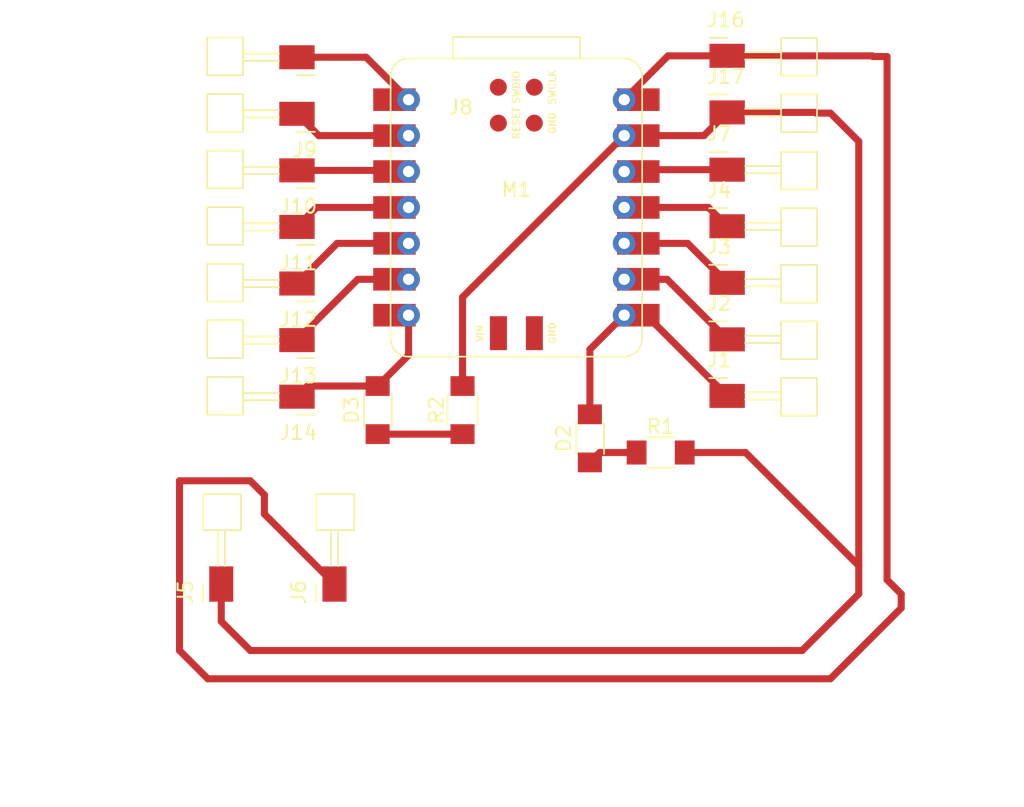
<source format=kicad_pcb>
(kicad_pcb (version 20240108) (generator "pcbnew") (generator_version "8.0")
  (layers (0 "F.Cu" signal) (31 "B.Cu" signal) (34 "B.Paste" user) (35 "F.Paste" user) (36 "B.SilkS" user "B.Silkscreen") (37 "F.SilkS" user "F.Silkscreen") (38 "B.Mask" user) (39 "F.Mask" user) (44 "Edge.Cuts" user))
  (net 0 "")
  (net 1 "Net-(J2-Pin_1)")
  (net 2 "Net-(J3-Pin_1)")
  (net 3 "Net-(J4-Pin_1)")
  (net 4 "Net-(J7-Pin_1)")
  (net 5 "Net-(J8-Pin_1)")
  (net 6 "Net-(J10-Pin_1)")
  (net 7 "Net-(J11-Pin_1)")
  (net 8 "Net-(J12-Pin_1)")
  (net 15 "Net-(D2-K)")
  (net 16 "Net-(D2-A)")
  (net 17 "Net-(J15-Pin_1)")
  (net 18 "Net-(J15-Pin_2)")
  (net 19 "Net-(J15-Pin_3)")
  (net 20 "Net-(J13-Pin_1)")
  (net 21 "Net-(D3-A)")
  (net 22 "Net-(D3-K)")
  (footprint "fab:PinHeader_1x01_P2.54mm_Horizontal_SMD" (layer "F.Cu") (at 204.7 64)
    (property "Reference" "J1" (at -1.524 -2.54 180) (layer "F.SilkS") (effects (justify left)))
    (property "Value" "Conn_PinHeader_1x01_P2.54mm_Horizontal_SMD")
    (fp_line (start -1.27 -1.27) (end 0 -1.27) (stroke (width 0.12)) (layer "F.SilkS"))
    (fp_line (start 3.81 -1.27) (end 6.35 -1.27) (stroke (width 0.12)) (layer "F.SilkS"))
    (fp_line (start 3.81 -0.254) (end 1.27 -0.254) (stroke (width 0.12)) (layer "F.SilkS"))
    (fp_line (start 3.81 0.254) (end 1.27 0.254) (stroke (width 0.12)) (layer "F.SilkS"))
    (fp_line (start 3.81 1.397) (end 3.81 -1.27) (stroke (width 0.12)) (layer "F.SilkS"))
    (fp_line (start 6.35 -1.27) (end 6.35 1.397) (stroke (width 0.12)) (layer "F.SilkS"))
    (fp_line (start 6.35 1.397) (end 3.81 1.397) (stroke (width 0.12)) (layer "F.SilkS"))
    (pad "1" smd rect (at 0 0) (size 2.5 1.7) (layers "F.Cu" "F.Paste" "F.Mask") (net 16 "Net-(D2-A)"))
  )
  (footprint "fab:PinHeader_1x01_P2.54mm_Horizontal_SMD" (layer "F.Cu") (at 174.3 60.05 180)
    (property "Reference" "J13" (at -1.524 -2.54 180) (layer "F.SilkS") (effects (justify right)))
    (property "Value" "Conn_PinHeader_1x01_P2.54mm_Horizontal_SMD")
    (fp_line (start 6.35 1.397) (end 3.81 1.397) (stroke (width 0.12)) (layer "F.SilkS"))
    (fp_line (start 6.35 -1.27) (end 6.35 1.397) (stroke (width 0.12)) (layer "F.SilkS"))
    (fp_line (start 3.81 1.397) (end 3.81 -1.27) (stroke (width 0.12)) (layer "F.SilkS"))
    (fp_line (start 3.81 0.254) (end 1.27 0.254) (stroke (width 0.12)) (layer "F.SilkS"))
    (fp_line (start 3.81 -0.254) (end 1.27 -0.254) (stroke (width 0.12)) (layer "F.SilkS"))
    (fp_line (start 3.81 -1.27) (end 6.35 -1.27) (stroke (width 0.12)) (layer "F.SilkS"))
    (fp_line (start -1.27 -1.27) (end 0 -1.27) (stroke (width 0.12)) (layer "F.SilkS"))
    (pad "1" smd rect (at 0 0 180) (size 2.5 1.7) (layers "F.Cu" "F.Paste" "F.Mask") (net 20 "Net-(J13-Pin_1)"))
  )
  (footprint "fab:PinHeader_1x01_P2.54mm_Horizontal_SMD" (layer "F.Cu") (at 204.7 56)
    (property "Reference" "J3" (at -1.524 -2.54 180) (layer "F.SilkS") (effects (justify left)))
    (property "Value" "Conn_PinHeader_1x01_P2.54mm_Horizontal_SMD")
    (fp_line (start -1.27 -1.27) (end 0 -1.27) (stroke (width 0.12)) (layer "F.SilkS"))
    (fp_line (start 3.81 -1.27) (end 6.35 -1.27) (stroke (width 0.12)) (layer "F.SilkS"))
    (fp_line (start 3.81 -0.254) (end 1.27 -0.254) (stroke (width 0.12)) (layer "F.SilkS"))
    (fp_line (start 3.81 0.254) (end 1.27 0.254) (stroke (width 0.12)) (layer "F.SilkS"))
    (fp_line (start 3.81 1.397) (end 3.81 -1.27) (stroke (width 0.12)) (layer "F.SilkS"))
    (fp_line (start 6.35 -1.27) (end 6.35 1.397) (stroke (width 0.12)) (layer "F.SilkS"))
    (fp_line (start 6.35 1.397) (end 3.81 1.397) (stroke (width 0.12)) (layer "F.SilkS"))
    (pad "1" smd rect (at 0 0) (size 2.5 1.7) (layers "F.Cu" "F.Paste" "F.Mask") (net 2 "Net-(J3-Pin_1)"))
  )
  (footprint "fab:PinHeader_1x01_P2.54mm_Horizontal_SMD" (layer "F.Cu") (at 204.7 60)
    (property "Reference" "J2" (at -1.524 -2.54 180) (layer "F.SilkS") (effects (justify left)))
    (property "Value" "Conn_PinHeader_1x01_P2.54mm_Horizontal_SMD")
    (fp_line (start -1.27 -1.27) (end 0 -1.27) (stroke (width 0.12)) (layer "F.SilkS"))
    (fp_line (start 3.81 -1.27) (end 6.35 -1.27) (stroke (width 0.12)) (layer "F.SilkS"))
    (fp_line (start 3.81 -0.254) (end 1.27 -0.254) (stroke (width 0.12)) (layer "F.SilkS"))
    (fp_line (start 3.81 0.254) (end 1.27 0.254) (stroke (width 0.12)) (layer "F.SilkS"))
    (fp_line (start 3.81 1.397) (end 3.81 -1.27) (stroke (width 0.12)) (layer "F.SilkS"))
    (fp_line (start 6.35 -1.27) (end 6.35 1.397) (stroke (width 0.12)) (layer "F.SilkS"))
    (fp_line (start 6.35 1.397) (end 3.81 1.397) (stroke (width 0.12)) (layer "F.SilkS"))
    (pad "1" smd rect (at 0 0) (size 2.5 1.7) (layers "F.Cu" "F.Paste" "F.Mask") (net 1 "Net-(J2-Pin_1)"))
  )
  (footprint "fab:PinHeader_1x01_P2.54mm_Horizontal_SMD" (layer "F.Cu") (at 174.3 40.05 180)
    (property "Reference" "J8" (at -12.524 -3.54 180) (layer "F.SilkS") (effects (justify right)))
    (property "Value" "Conn_PinHeader_1x01_P2.54mm_Horizontal_SMD")
    (fp_line (start 6.35 1.397) (end 3.81 1.397) (stroke (width 0.12)) (layer "F.SilkS"))
    (fp_line (start 6.35 -1.27) (end 6.35 1.397) (stroke (width 0.12)) (layer "F.SilkS"))
    (fp_line (start 3.81 1.397) (end 3.81 -1.27) (stroke (width 0.12)) (layer "F.SilkS"))
    (fp_line (start 3.81 0.254) (end 1.27 0.254) (stroke (width 0.12)) (layer "F.SilkS"))
    (fp_line (start 3.81 -0.254) (end 1.27 -0.254) (stroke (width 0.12)) (layer "F.SilkS"))
    (fp_line (start 3.81 -1.27) (end 6.35 -1.27) (stroke (width 0.12)) (layer "F.SilkS"))
    (fp_line (start -1.27 -1.27) (end 0 -1.27) (stroke (width 0.12)) (layer "F.SilkS"))
    (pad "1" smd rect (at 0 0 180) (size 2.5 1.7) (layers "F.Cu" "F.Paste" "F.Mask") (net 5 "Net-(J8-Pin_1)"))
  )
  (footprint "fab:R_1206" (layer "F.Cu") (at 186 65 90)
    (property "Reference" "R2" (at 0 -1.85 270) (layer "F.SilkS"))
    (property "Value" "R_1206")
    (fp_line (start -1 -1.07) (end 1 -1.07) (stroke (width 0.12)) (layer "F.SilkS"))
    (fp_line (start 1 1.07) (end -1 1.07) (stroke (width 0.12)) (layer "F.SilkS"))
    (pad "1" smd rect (at -1.7 0 90) (size 1.4 1.7) (layers "F.Cu" "F.Paste" "F.Mask") (net 22 "Net-(D3-K)"))
    (pad "2" smd rect (at 1.7 0 90) (size 1.4 1.7) (layers "F.Cu" "F.Paste" "F.Mask") (net 17 "Net-(J15-Pin_1)"))
  )
  (footprint "fab:PinHeader_1x01_P2.54mm_Horizontal_SMD" (layer "F.Cu") (at 168.95 77.3 90)
    (property "Reference" "J5" (at -1.524 -2.54 -90) (layer "F.SilkS") (effects (justify left)))
    (property "Value" "Conn_PinHeader_1x01_P2.54mm_Horizontal_SMD")
    (fp_line (start 6.35 -1.27) (end 6.35 1.397) (stroke (width 0.12)) (layer "F.SilkS"))
    (fp_line (start 3.81 -1.27) (end 6.35 -1.27) (stroke (width 0.12)) (layer "F.SilkS"))
    (fp_line (start -1.27 -1.27) (end 0 -1.27) (stroke (width 0.12)) (layer "F.SilkS"))
    (fp_line (start 3.81 -0.254) (end 1.27 -0.254) (stroke (width 0.12)) (layer "F.SilkS"))
    (fp_line (start 3.81 0.254) (end 1.27 0.254) (stroke (width 0.12)) (layer "F.SilkS"))
    (fp_line (start 6.35 1.397) (end 3.81 1.397) (stroke (width 0.12)) (layer "F.SilkS"))
    (fp_line (start 3.81 1.397) (end 3.81 -1.27) (stroke (width 0.12)) (layer "F.SilkS"))
    (pad "1" smd rect (at 0 0 90) (size 2.5 1.7) (layers "F.Cu" "F.Paste" "F.Mask") (net 17 "Net-(J15-Pin_1)"))
  )
  (footprint "fab:PinHeader_1x01_P2.54mm_Horizontal_SMD" (layer "F.Cu") (at 174.3 44.05 180)
    (property "Reference" "J9" (at -1.524 -2.54 180) (layer "F.SilkS") (effects (justify right)))
    (property "Value" "Conn_PinHeader_1x01_P2.54mm_Horizontal_SMD")
    (fp_line (start 6.35 1.397) (end 3.81 1.397) (stroke (width 0.12)) (layer "F.SilkS"))
    (fp_line (start 6.35 -1.27) (end 6.35 1.397) (stroke (width 0.12)) (layer "F.SilkS"))
    (fp_line (start 3.81 1.397) (end 3.81 -1.27) (stroke (width 0.12)) (layer "F.SilkS"))
    (fp_line (start 3.81 0.254) (end 1.27 0.254) (stroke (width 0.12)) (layer "F.SilkS"))
    (fp_line (start 3.81 -0.254) (end 1.27 -0.254) (stroke (width 0.12)) (layer "F.SilkS"))
    (fp_line (start 3.81 -1.27) (end 6.35 -1.27) (stroke (width 0.12)) (layer "F.SilkS"))
    (fp_line (start -1.27 -1.27) (end 0 -1.27) (stroke (width 0.12)) (layer "F.SilkS"))
    (pad "1" smd rect (at 0 0 180) (size 2.5 1.7) (layers "F.Cu" "F.Paste" "F.Mask") (net 18 "Net-(J15-Pin_2)"))
  )
  (footprint "fab:PinHeader_1x01_P2.54mm_Horizontal_SMD" (layer "F.Cu") (at 204.7 39.95)
    (property "Reference" "J16" (at -1.524 -2.54 180) (layer "F.SilkS") (effects (justify left)))
    (property "Value" "Conn_PinHeader_1x01_P2.54mm_Horizontal_SMD")
    (fp_line (start -1.27 -1.27) (end 0 -1.27) (stroke (width 0.12)) (layer "F.SilkS"))
    (fp_line (start 3.81 -1.27) (end 6.35 -1.27) (stroke (width 0.12)) (layer "F.SilkS"))
    (fp_line (start 3.81 -0.254) (end 1.27 -0.254) (stroke (width 0.12)) (layer "F.SilkS"))
    (fp_line (start 3.81 0.254) (end 1.27 0.254) (stroke (width 0.12)) (layer "F.SilkS"))
    (fp_line (start 3.81 1.397) (end 3.81 -1.27) (stroke (width 0.12)) (layer "F.SilkS"))
    (fp_line (start 6.35 -1.27) (end 6.35 1.397) (stroke (width 0.12)) (layer "F.SilkS"))
    (fp_line (start 6.35 1.397) (end 3.81 1.397) (stroke (width 0.12)) (layer "F.SilkS"))
    (pad "1" smd rect (at 0 0) (size 2.5 1.7) (layers "F.Cu" "F.Paste" "F.Mask") (net 19 "Net-(J15-Pin_3)"))
  )
  (footprint "fab:LED_1206" (layer "F.Cu") (at 195 67 90)
    (property "Reference" "D2" (at 0 -1.85 270) (layer "F.SilkS"))
    (property "Value" "LED_1206")
    (fp_line (start -1.1 -0.95) (end 1.1 -0.95) (stroke (width 0.12)) (layer "F.SilkS"))
    (fp_line (start -1.1 1) (end 1.1 1) (stroke (width 0.12)) (layer "F.SilkS"))
    (pad "1" smd rect (at -1.7 0 90) (size 1.4 1.7) (layers "F.Cu" "F.Paste" "F.Mask") (net 15 "Net-(D2-K)"))
    (pad "2" smd rect (at 1.7 0 90) (size 1.4 1.7) (layers "F.Cu" "F.Paste" "F.Mask") (net 16 "Net-(D2-A)"))
  )
  (footprint "fab:PinHeader_1x01_P2.54mm_Horizontal_SMD" (layer "F.Cu") (at 204.7 52)
    (property "Reference" "J4" (at -1.524 -2.54 180) (layer "F.SilkS") (effects (justify left)))
    (property "Value" "Conn_PinHeader_1x01_P2.54mm_Horizontal_SMD")
    (fp_line (start -1.27 -1.27) (end 0 -1.27) (stroke (width 0.12)) (layer "F.SilkS"))
    (fp_line (start 3.81 -1.27) (end 6.35 -1.27) (stroke (width 0.12)) (layer "F.SilkS"))
    (fp_line (start 3.81 -0.254) (end 1.27 -0.254) (stroke (width 0.12)) (layer "F.SilkS"))
    (fp_line (start 3.81 0.254) (end 1.27 0.254) (stroke (width 0.12)) (layer "F.SilkS"))
    (fp_line (start 3.81 1.397) (end 3.81 -1.27) (stroke (width 0.12)) (layer "F.SilkS"))
    (fp_line (start 6.35 -1.27) (end 6.35 1.397) (stroke (width 0.12)) (layer "F.SilkS"))
    (fp_line (start 6.35 1.397) (end 3.81 1.397) (stroke (width 0.12)) (layer "F.SilkS"))
    (pad "1" smd rect (at 0 0) (size 2.5 1.7) (layers "F.Cu" "F.Paste" "F.Mask") (net 3 "Net-(J4-Pin_1)"))
  )
  (footprint "fab:PinHeader_1x01_P2.54mm_Horizontal_SMD" (layer "F.Cu") (at 204.7 48)
    (property "Reference" "J7" (at -1.524 -2.54 180) (layer "F.SilkS") (effects (justify left)))
    (property "Value" "Conn_PinHeader_1x01_P2.54mm_Horizontal_SMD")
    (fp_line (start -1.27 -1.27) (end 0 -1.27) (stroke (width 0.12)) (layer "F.SilkS"))
    (fp_line (start 3.81 -1.27) (end 6.35 -1.27) (stroke (width 0.12)) (layer "F.SilkS"))
    (fp_line (start 3.81 -0.254) (end 1.27 -0.254) (stroke (width 0.12)) (layer "F.SilkS"))
    (fp_line (start 3.81 0.254) (end 1.27 0.254) (stroke (width 0.12)) (layer "F.SilkS"))
    (fp_line (start 3.81 1.397) (end 3.81 -1.27) (stroke (width 0.12)) (layer "F.SilkS"))
    (fp_line (start 6.35 -1.27) (end 6.35 1.397) (stroke (width 0.12)) (layer "F.SilkS"))
    (fp_line (start 6.35 1.397) (end 3.81 1.397) (stroke (width 0.12)) (layer "F.SilkS"))
    (pad "1" smd rect (at 0 0) (size 2.5 1.7) (layers "F.Cu" "F.Paste" "F.Mask") (net 4 "Net-(J7-Pin_1)"))
  )
  (footprint "fab:PinHeader_1x01_P2.54mm_Horizontal_SMD" (layer "F.Cu") (at 174.3 64.05 180)
    (property "Reference" "J14" (at -1.524 -2.54 180) (layer "F.SilkS") (effects (justify right)))
    (property "Value" "Conn_PinHeader_1x01_P2.54mm_Horizontal_SMD")
    (fp_line (start 6.35 1.397) (end 3.81 1.397) (stroke (width 0.12)) (layer "F.SilkS"))
    (fp_line (start 6.35 -1.27) (end 6.35 1.397) (stroke (width 0.12)) (layer "F.SilkS"))
    (fp_line (start 3.81 1.397) (end 3.81 -1.27) (stroke (width 0.12)) (layer "F.SilkS"))
    (fp_line (start 3.81 0.254) (end 1.27 0.254) (stroke (width 0.12)) (layer "F.SilkS"))
    (fp_line (start 3.81 -0.254) (end 1.27 -0.254) (stroke (width 0.12)) (layer "F.SilkS"))
    (fp_line (start 3.81 -1.27) (end 6.35 -1.27) (stroke (width 0.12)) (layer "F.SilkS"))
    (fp_line (start -1.27 -1.27) (end 0 -1.27) (stroke (width 0.12)) (layer "F.SilkS"))
    (pad "1" smd rect (at 0 0 180) (size 2.5 1.7) (layers "F.Cu" "F.Paste" "F.Mask") (net 21 "Net-(D3-A)"))
  )
  (footprint "fab:PinHeader_1x01_P2.54mm_Horizontal_SMD" (layer "F.Cu") (at 174.3 56.05 180)
    (property "Reference" "J12" (at -1.524 -2.54 180) (layer "F.SilkS") (effects (justify right)))
    (property "Value" "Conn_PinHeader_1x01_P2.54mm_Horizontal_SMD")
    (fp_line (start 6.35 1.397) (end 3.81 1.397) (stroke (width 0.12)) (layer "F.SilkS"))
    (fp_line (start 6.35 -1.27) (end 6.35 1.397) (stroke (width 0.12)) (layer "F.SilkS"))
    (fp_line (start 3.81 1.397) (end 3.81 -1.27) (stroke (width 0.12)) (layer "F.SilkS"))
    (fp_line (start 3.81 0.254) (end 1.27 0.254) (stroke (width 0.12)) (layer "F.SilkS"))
    (fp_line (start 3.81 -0.254) (end 1.27 -0.254) (stroke (width 0.12)) (layer "F.SilkS"))
    (fp_line (start 3.81 -1.27) (end 6.35 -1.27) (stroke (width 0.12)) (layer "F.SilkS"))
    (fp_line (start -1.27 -1.27) (end 0 -1.27) (stroke (width 0.12)) (layer "F.SilkS"))
    (pad "1" smd rect (at 0 0 180) (size 2.5 1.7) (layers "F.Cu" "F.Paste" "F.Mask") (net 8 "Net-(J12-Pin_1)"))
  )
  (footprint "fab:R_1206" (layer "F.Cu") (at 200 68)
    (property "Reference" "R1" (at 0 -1.85 0) (layer "F.SilkS"))
    (property "Value" "R_1206")
    (fp_line (start -1 -1.07) (end 1 -1.07) (stroke (width 0.12)) (layer "F.SilkS"))
    (fp_line (start 1 1.07) (end -1 1.07) (stroke (width 0.12)) (layer "F.SilkS"))
    (pad "1" smd rect (at -1.7 0) (size 1.4 1.7) (layers "F.Cu" "F.Paste" "F.Mask") (net 15 "Net-(D2-K)"))
    (pad "2" smd rect (at 1.7 0) (size 1.4 1.7) (layers "F.Cu" "F.Paste" "F.Mask") (net 17 "Net-(J15-Pin_1)"))
  )
  (footprint "fab:SeeedStudio_XIAO_RP2040" (layer "F.Cu") (at 189.8025 50.67)
    (property "Reference" "M1" (at 0 -1.27 0) (layer "F.SilkS"))
    (property "Value" "Module_XIAO-RP2040")
    (fp_line (start -8.8875 9.281) (end -8.8875 -9.261) (stroke (width 0.12)) (layer "F.SilkS"))
    (fp_line (start -7.6175 -10.531) (end 7.6225 -10.531) (stroke (width 0.12)) (layer "F.SilkS"))
    (fp_line (start 7.6225 10.551) (end -7.6175 10.551) (stroke (width 0.12)) (layer "F.SilkS"))
    (fp_line (start 8.8925 -9.261) (end 8.8925 9.281) (stroke (width 0.12)) (layer "F.SilkS"))
    (fp_rect (start -4.4975 -10.531) (end 4.5025 -12.055) (stroke (width 0.12)) (fill none) (layer "F.SilkS"))
    (fp_arc (start -8.8875 -9.261) (mid -8.515526 -10.159026) (end -7.6175 -10.531) (stroke (width 0.12)) (layer "F.SilkS"))
    (fp_arc (start -7.6175 10.551) (mid -8.515526 10.179026) (end -8.8875 9.281) (stroke (width 0.12)) (layer "F.SilkS"))
    (fp_arc (start 7.6225 -10.531) (mid 8.520526 -10.159026) (end 8.8925 -9.261) (stroke (width 0.12)) (layer "F.SilkS"))
    (fp_arc (start 8.8925 9.281) (mid 8.520526 10.179026) (end 7.6225 10.551) (stroke (width 0.12)) (layer "F.SilkS"))
    (fp_text user "RESET" (at 0 -5.96 90) (layer "F.SilkS") (effects (font (size 0.5 0.5) (thickness 0.1) (bold yes))))
    (fp_text user "VIN" (at -2.535 8.89 90) (layer "F.SilkS") (effects (font (size 0.5 0.5) (thickness 0.1) (bold yes))))
    (fp_text user "GND" (at 2.545 8.89 90) (layer "F.SilkS") (effects (font (size 0.5 0.5) (thickness 0.1) (bold yes))))
    (fp_text user "SWCLK" (at 2.54 -8.5 90) (layer "F.SilkS") (effects (font (size 0.5 0.5) (thickness 0.1) (bold yes))))
    (fp_text user "SWDIO" (at 0 -8.5 90) (layer "F.SilkS") (effects (font (size 0.5 0.5) (thickness 0.1) (bold yes))))
    (fp_text user "GND" (at 2.54 -5.96 90) (layer "F.SilkS") (effects (font (size 0.5 0.5) (thickness 0.1) (bold yes))))
    (pad "1" thru_hole circle (at -7.615 -7.62) (size 1.6 1.6) (drill 0.8) (layers "*.Cu" "*.Mask") (net 5 "Net-(J8-Pin_1)"))
    (pad "1" smd rect (at -7.615 -7.62) (size 3 1.6) (drill (offset -1 0)) (layers "F.Cu" "F.Paste" "F.Mask") (net 5 "Net-(J8-Pin_1)"))
    (pad "2" thru_hole circle (at -7.615 -5.08) (size 1.6 1.6) (drill 0.8) (layers "*.Cu" "*.Mask") (net 18 "Net-(J15-Pin_2)"))
    (pad "2" smd rect (at -7.615 -5.08) (size 3 1.6) (drill (offset -1 0)) (layers "F.Cu" "F.Paste" "F.Mask") (net 18 "Net-(J15-Pin_2)"))
    (pad "3" thru_hole circle (at -7.615 -2.54) (size 1.6 1.6) (drill 0.8) (layers "*.Cu" "*.Mask") (net 6 "Net-(J10-Pin_1)"))
    (pad "3" smd rect (at -7.615 -2.54) (size 3 1.6) (drill (offset -1 0)) (layers "F.Cu" "F.Paste" "F.Mask") (net 6 "Net-(J10-Pin_1)"))
    (pad "4" thru_hole circle (at -7.615 0) (size 1.6 1.6) (drill 0.8) (layers "*.Cu" "*.Mask") (net 7 "Net-(J11-Pin_1)"))
    (pad "4" smd rect (at -7.615 0) (size 3 1.6) (drill (offset -1 0)) (layers "F.Cu" "F.Paste" "F.Mask") (net 7 "Net-(J11-Pin_1)"))
    (pad "5" thru_hole circle (at -7.615 2.54) (size 1.6 1.6) (drill 0.8) (layers "*.Cu" "*.Mask") (net 8 "Net-(J12-Pin_1)"))
    (pad "5" smd rect (at -7.615 2.54) (size 3 1.6) (drill (offset -1 0)) (layers "F.Cu" "F.Paste" "F.Mask") (net 8 "Net-(J12-Pin_1)"))
    (pad "6" thru_hole circle (at -7.615 5.08) (size 1.6 1.6) (drill 0.8) (layers "*.Cu" "*.Mask") (net 20 "Net-(J13-Pin_1)"))
    (pad "6" smd rect (at -7.615 5.08) (size 3 1.6) (drill (offset -1 0)) (layers "F.Cu" "F.Paste" "F.Mask") (net 20 "Net-(J13-Pin_1)"))
    (pad "7" thru_hole circle (at -7.615 7.62) (size 1.6 1.6) (drill 0.8) (layers "*.Cu" "*.Mask") (net 21 "Net-(D3-A)"))
    (pad "7" smd rect (at -7.615 7.62) (size 3 1.6) (drill (offset -1 0)) (layers "F.Cu" "F.Paste" "F.Mask") (net 21 "Net-(D3-A)"))
    (pad "8" thru_hole circle (at 7.62 7.62) (size 1.6 1.6) (drill 0.8) (layers "*.Cu" "*.Mask") (net 16 "Net-(D2-A)"))
    (pad "8" smd rect (at 7.62 7.62) (size 3 1.6) (drill (offset 1 0)) (layers "F.Cu" "F.Paste" "F.Mask") (net 16 "Net-(D2-A)"))
    (pad "9" thru_hole circle (at 7.62 5.08) (size 1.6 1.6) (drill 0.8) (layers "*.Cu" "*.Mask") (net 1 "Net-(J2-Pin_1)"))
    (pad "9" smd rect (at 7.62 5.08) (size 3 1.6) (drill (offset 1 0)) (layers "F.Cu" "F.Paste" "F.Mask") (net 1 "Net-(J2-Pin_1)"))
    (pad "10" thru_hole circle (at 7.62 2.54) (size 1.6 1.6) (drill 0.8) (layers "*.Cu" "*.Mask") (net 2 "Net-(J3-Pin_1)"))
    (pad "10" smd rect (at 7.62 2.54) (size 3 1.6) (drill (offset 1 0)) (layers "F.Cu" "F.Paste" "F.Mask") (net 2 "Net-(J3-Pin_1)"))
    (pad "11" thru_hole circle (at 7.62 0) (size 1.6 1.6) (drill 0.8) (layers "*.Cu" "*.Mask") (net 3 "Net-(J4-Pin_1)"))
    (pad "11" smd rect (at 7.62 0) (size 3 1.6) (drill (offset 1 0)) (layers "F.Cu" "F.Paste" "F.Mask") (net 3 "Net-(J4-Pin_1)"))
    (pad "12" thru_hole circle (at 7.62 -2.54) (size 1.6 1.6) (drill 0.8) (layers "*.Cu" "*.Mask") (net 4 "Net-(J7-Pin_1)"))
    (pad "12" smd rect (at 7.62 -2.54) (size 3 1.6) (drill (offset 1 0)) (layers "F.Cu" "F.Paste" "F.Mask") (net 4 "Net-(J7-Pin_1)"))
    (pad "13" thru_hole circle (at 7.62 -5.08) (size 1.6 1.6) (drill 0.8) (layers "*.Cu" "*.Mask") (net 17 "Net-(J15-Pin_1)"))
    (pad "13" smd rect (at 7.62 -5.08) (size 3 1.6) (drill (offset 1 0)) (layers "F.Cu" "F.Paste" "F.Mask") (net 17 "Net-(J15-Pin_1)"))
    (pad "14" thru_hole circle (at 7.62 -7.62) (size 1.6 1.6) (drill 0.8) (layers "*.Cu" "*.Mask") (net 19 "Net-(J15-Pin_3)"))
    (pad "14" smd rect (at 7.62 -7.62) (size 3 1.6) (drill (offset 1 0)) (layers "F.Cu" "F.Paste" "F.Mask") (net 19 "Net-(J15-Pin_3)"))
    (pad "15" smd rect (at 1.275 8.89 270) (size 2.4 1.2) (layers "F.Cu" "F.Paste" "F.Mask"))
    (pad "16" smd rect (at -1.265 8.89 270) (size 2.4 1.2) (layers "F.Cu" "F.Paste" "F.Mask"))
    (pad "17" smd circle (at -1.27 -8.5) (size 1.2 1.2) (layers "F.Cu" "F.Paste" "F.Mask"))
    (pad "18" smd circle (at -1.27 -5.96) (size 1.2 1.2) (layers "F.Cu" "F.Paste" "F.Mask"))
    (pad "19" smd circle (at 1.27 -5.96) (size 1.2 1.2) (layers "F.Cu" "F.Paste" "F.Mask"))
    (pad "20" smd circle (at 1.27 -8.5) (size 1.2 1.2) (layers "F.Cu" "F.Paste" "F.Mask"))
  )
  (footprint "fab:LED_1206" (layer "F.Cu") (at 180 65 90)
    (property "Reference" "D3" (at 0 -1.85 270) (layer "F.SilkS"))
    (property "Value" "LED_1206")
    (fp_line (start -1.1 -0.95) (end 1.1 -0.95) (stroke (width 0.12)) (layer "F.SilkS"))
    (fp_line (start -1.1 1) (end 1.1 1) (stroke (width 0.12)) (layer "F.SilkS"))
    (pad "1" smd rect (at -1.7 0 90) (size 1.4 1.7) (layers "F.Cu" "F.Paste" "F.Mask") (net 22 "Net-(D3-K)"))
    (pad "2" smd rect (at 1.7 0 90) (size 1.4 1.7) (layers "F.Cu" "F.Paste" "F.Mask") (net 21 "Net-(D3-A)"))
  )
  (footprint "fab:PinHeader_1x01_P2.54mm_Horizontal_SMD" (layer "F.Cu") (at 204.7 43.95)
    (property "Reference" "J17" (at -1.524 -2.54 180) (layer "F.SilkS") (effects (justify left)))
    (property "Value" "Conn_PinHeader_1x01_P2.54mm_Horizontal_SMD")
    (fp_line (start -1.27 -1.27) (end 0 -1.27) (stroke (width 0.12)) (layer "F.SilkS"))
    (fp_line (start 3.81 -1.27) (end 6.35 -1.27) (stroke (width 0.12)) (layer "F.SilkS"))
    (fp_line (start 3.81 -0.254) (end 1.27 -0.254) (stroke (width 0.12)) (layer "F.SilkS"))
    (fp_line (start 3.81 0.254) (end 1.27 0.254) (stroke (width 0.12)) (layer "F.SilkS"))
    (fp_line (start 3.81 1.397) (end 3.81 -1.27) (stroke (width 0.12)) (layer "F.SilkS"))
    (fp_line (start 6.35 -1.27) (end 6.35 1.397) (stroke (width 0.12)) (layer "F.SilkS"))
    (fp_line (start 6.35 1.397) (end 3.81 1.397) (stroke (width 0.12)) (layer "F.SilkS"))
    (pad "1" smd rect (at 0 0) (size 2.5 1.7) (layers "F.Cu" "F.Paste" "F.Mask") (net 17 "Net-(J15-Pin_1)"))
  )
  (footprint "fab:PinHeader_1x01_P2.54mm_Horizontal_SMD" (layer "F.Cu") (at 174.3 48.05 180)
    (property "Reference" "J10" (at -1.524 -2.54 180) (layer "F.SilkS") (effects (justify right)))
    (property "Value" "Conn_PinHeader_1x01_P2.54mm_Horizontal_SMD")
    (fp_line (start 6.35 1.397) (end 3.81 1.397) (stroke (width 0.12)) (layer "F.SilkS"))
    (fp_line (start 6.35 -1.27) (end 6.35 1.397) (stroke (width 0.12)) (layer "F.SilkS"))
    (fp_line (start 3.81 1.397) (end 3.81 -1.27) (stroke (width 0.12)) (layer "F.SilkS"))
    (fp_line (start 3.81 0.254) (end 1.27 0.254) (stroke (width 0.12)) (layer "F.SilkS"))
    (fp_line (start 3.81 -0.254) (end 1.27 -0.254) (stroke (width 0.12)) (layer "F.SilkS"))
    (fp_line (start 3.81 -1.27) (end 6.35 -1.27) (stroke (width 0.12)) (layer "F.SilkS"))
    (fp_line (start -1.27 -1.27) (end 0 -1.27) (stroke (width 0.12)) (layer "F.SilkS"))
    (pad "1" smd rect (at 0 0 180) (size 2.5 1.7) (layers "F.Cu" "F.Paste" "F.Mask") (net 6 "Net-(J10-Pin_1)"))
  )
  (footprint "fab:PinHeader_1x01_P2.54mm_Horizontal_SMD" (layer "F.Cu") (at 174.3 52.05 180)
    (property "Reference" "J11" (at -1.524 -2.54 180) (layer "F.SilkS") (effects (justify right)))
    (property "Value" "Conn_PinHeader_1x01_P2.54mm_Horizontal_SMD")
    (fp_line (start 6.35 1.397) (end 3.81 1.397) (stroke (width 0.12)) (layer "F.SilkS"))
    (fp_line (start 6.35 -1.27) (end 6.35 1.397) (stroke (width 0.12)) (layer "F.SilkS"))
    (fp_line (start 3.81 1.397) (end 3.81 -1.27) (stroke (width 0.12)) (layer "F.SilkS"))
    (fp_line (start 3.81 0.254) (end 1.27 0.254) (stroke (width 0.12)) (layer "F.SilkS"))
    (fp_line (start 3.81 -0.254) (end 1.27 -0.254) (stroke (width 0.12)) (layer "F.SilkS"))
    (fp_line (start 3.81 -1.27) (end 6.35 -1.27) (stroke (width 0.12)) (layer "F.SilkS"))
    (fp_line (start -1.27 -1.27) (end 0 -1.27) (stroke (width 0.12)) (layer "F.SilkS"))
    (pad "1" smd rect (at 0 0 180) (size 2.5 1.7) (layers "F.Cu" "F.Paste" "F.Mask") (net 7 "Net-(J11-Pin_1)"))
  )
  (footprint "fab:PinHeader_1x01_P2.54mm_Horizontal_SMD" (layer "F.Cu") (at 176.95 77.3 90)
    (property "Reference" "J6" (at -1.524 -2.54 -90) (layer "F.SilkS") (effects (justify left)))
    (property "Value" "Conn_PinHeader_1x01_P2.54mm_Horizontal_SMD")
    (fp_line (start 6.35 -1.27) (end 6.35 1.397) (stroke (width 0.12)) (layer "F.SilkS"))
    (fp_line (start 3.81 -1.27) (end 6.35 -1.27) (stroke (width 0.12)) (layer "F.SilkS"))
    (fp_line (start -1.27 -1.27) (end 0 -1.27) (stroke (width 0.12)) (layer "F.SilkS"))
    (fp_line (start 3.81 -0.254) (end 1.27 -0.254) (stroke (width 0.12)) (layer "F.SilkS"))
    (fp_line (start 3.81 0.254) (end 1.27 0.254) (stroke (width 0.12)) (layer "F.SilkS"))
    (fp_line (start 6.35 1.397) (end 3.81 1.397) (stroke (width 0.12)) (layer "F.SilkS"))
    (fp_line (start 3.81 1.397) (end 3.81 -1.27) (stroke (width 0.12)) (layer "F.SilkS"))
    (pad "1" smd rect (at 0 0 90) (size 2.5 1.7) (layers "F.Cu" "F.Paste" "F.Mask") (net 19 "Net-(J15-Pin_3)"))
  )
  (segment (start 200.45 55.75) (end 197.4225 55.75) (width 0.5) (layer "F.Cu") (net 1))
  (segment (start 204.7 60) (end 200.45 55.75) (width 0.5) (layer "F.Cu") (net 1))
  (segment (start 201.91 53.21) (end 197.4225 53.21) (width 0.5) (layer "F.Cu") (net 2))
  (segment (start 204.7 56) (end 201.91 53.21) (width 0.5) (layer "F.Cu") (net 2))
  (segment (start 203.37 50.67) (end 197.4225 50.67) (width 0.5) (layer "F.Cu") (net 3))
  (segment (start 204.7 52) (end 203.37 50.67) (width 0.5) (layer "F.Cu") (net 3))
  (segment (start 204.7 48) (end 197.5525 48) (width 0.5) (layer "F.Cu") (net 4))
  (segment (start 197.5525 48) (end 197.4225 48.13) (width 0.5) (layer "F.Cu") (net 4))
  (segment (start 174.3 40.05) (end 179.1875 40.05) (width 0.5) (layer "F.Cu") (net 5))
  (segment (start 179.1875 40.05) (end 182.1875 43.05) (width 0.5) (layer "F.Cu") (net 5))
  (segment (start 174.3 48.05) (end 182.1075 48.05) (width 0.5) (layer "F.Cu") (net 6))
  (segment (start 182.1075 48.05) (end 182.1875 48.13) (width 0.5) (layer "F.Cu") (net 6))
  (segment (start 175.68 50.67) (end 182.1875 50.67) (width 0.5) (layer "F.Cu") (net 7))
  (segment (start 174.3 52.05) (end 175.68 50.67) (width 0.5) (layer "F.Cu") (net 7))
  (segment (start 177.14 53.21) (end 182.1875 53.21) (width 0.5) (layer "F.Cu") (net 8))
  (segment (start 174.3 56.05) (end 177.14 53.21) (width 0.5) (layer "F.Cu") (net 8))
  (segment (start 195.7 68) (end 195 68.7) (width 0.5) (layer "F.Cu") (net 15))
  (segment (start 198.3 68) (end 195.7 68) (width 0.5) (layer "F.Cu") (net 15))
  (segment (start 204.7 64) (end 198.99 58.29) (width 0.5) (layer "F.Cu") (net 16))
  (segment (start 195 60.7125) (end 197.4225 58.29) (width 0.5) (layer "F.Cu") (net 16))
  (segment (start 195 65.3) (end 195 60.7125) (width 0.5) (layer "F.Cu") (net 16))
  (segment (start 198.99 58.29) (end 197.4225 58.29) (width 0.5) (layer "F.Cu") (net 16))
  (segment (start 201.7 68) (end 206 68) (width 0.5) (layer "F.Cu") (net 17))
  (segment (start 214 76) (end 214 46) (width 0.5) (layer "F.Cu") (net 17))
  (segment (start 186 57.0125) (end 197.4225 45.59) (width 0.5) (layer "F.Cu") (net 17))
  (segment (start 186 63.3) (end 186 57.0125) (width 0.5) (layer "F.Cu") (net 17))
  (segment (start 214 46) (end 212 44) (width 0.5) (layer "F.Cu") (net 17))
  (segment (start 212 44) (end 211 44) (width 0.5) (layer "F.Cu") (net 17))
  (segment (start 204.7 43.95) (end 203.06 45.59) (width 0.5) (layer "F.Cu") (net 17))
  (segment (start 210.95 43.95) (end 204.7 43.95) (width 0.5) (layer "F.Cu") (net 17))
  (segment (start 168.95 77.3) (end 168.95 79.95) (width 0.5) (layer "F.Cu") (net 17))
  (segment (start 203.06 45.59) (end 197.4225 45.59) (width 0.5) (layer "F.Cu") (net 17))
  (segment (start 214 78) (end 214 76) (width 0.5) (layer "F.Cu") (net 17))
  (segment (start 210 82) (end 214 78) (width 0.5) (layer "F.Cu") (net 17))
  (segment (start 211 44) (end 210.95 43.95) (width 0.5) (layer "F.Cu") (net 17))
  (segment (start 168.95 79.95) (end 171 82) (width 0.5) (layer "F.Cu") (net 17))
  (segment (start 171 82) (end 210 82) (width 0.5) (layer "F.Cu") (net 17))
  (segment (start 206 68) (end 214 76) (width 0.5) (layer "F.Cu") (net 17))
  (segment (start 175.84 45.59) (end 182.1875 45.59) (width 0.5) (layer "F.Cu") (net 18))
  (segment (start 174.3 44.05) (end 175.84 45.59) (width 0.5) (layer "F.Cu") (net 18))
  (segment (start 176.95 77.3) (end 172 72.35) (width 0.5) (layer "F.Cu") (net 19))
  (segment (start 214.95 39.95) (end 204.7 39.95) (width 0.5) (layer "F.Cu") (net 19))
  (segment (start 216 77) (end 216 40) (width 0.5) (layer "F.Cu") (net 19))
  (segment (start 216 40) (end 215 40) (width 0.5) (layer "F.Cu") (net 19))
  (segment (start 215 40) (end 214.95 39.95) (width 0.5) (layer "F.Cu") (net 19))
  (segment (start 168 84) (end 212 84) (width 0.5) (layer "F.Cu") (net 19))
  (segment (start 171 70) (end 166 70) (width 0.5) (layer "F.Cu") (net 19))
  (segment (start 217 79) (end 217 78) (width 0.5) (layer "F.Cu") (net 19))
  (segment (start 212 84) (end 217 79) (width 0.5) (layer "F.Cu") (net 19))
  (segment (start 172 71) (end 171 70) (width 0.5) (layer "F.Cu") (net 19))
  (segment (start 166 82) (end 168 84) (width 0.5) (layer "F.Cu") (net 19))
  (segment (start 166 70) (end 166 82) (width 0.5) (layer "F.Cu") (net 19))
  (segment (start 172 72.35) (end 172 71) (width 0.5) (layer "F.Cu") (net 19))
  (segment (start 200.5225 39.95) (end 197.4225 43.05) (width 0.5) (layer "F.Cu") (net 19))
  (segment (start 217 78) (end 216 77) (width 0.5) (layer "F.Cu") (net 19))
  (segment (start 204.7 39.95) (end 200.5225 39.95) (width 0.5) (layer "F.Cu") (net 19))
  (segment (start 182.1875 55.75) (end 178.6 55.75) (width 0.5) (layer "F.Cu") (net 20))
  (segment (start 178.6 55.75) (end 174.3 60.05) (width 0.5) (layer "F.Cu") (net 20))
  (segment (start 180 63.3) (end 175.05 63.3) (width 0.5) (layer "F.Cu") (net 21))
  (segment (start 175.05 63.3) (end 174.3 64.05) (width 0.5) (layer "F.Cu") (net 21))
  (segment (start 182.1875 61.1125) (end 180 63.3) (width 0.5) (layer "F.Cu") (net 21))
  (segment (start 182.1875 58.29) (end 182.1875 61.1125) (width 0.5) (layer "F.Cu") (net 21))
  (segment (start 186 66.7) (end 180 66.7) (width 0.5) (layer "F.Cu") (net 22))
)
</source>
